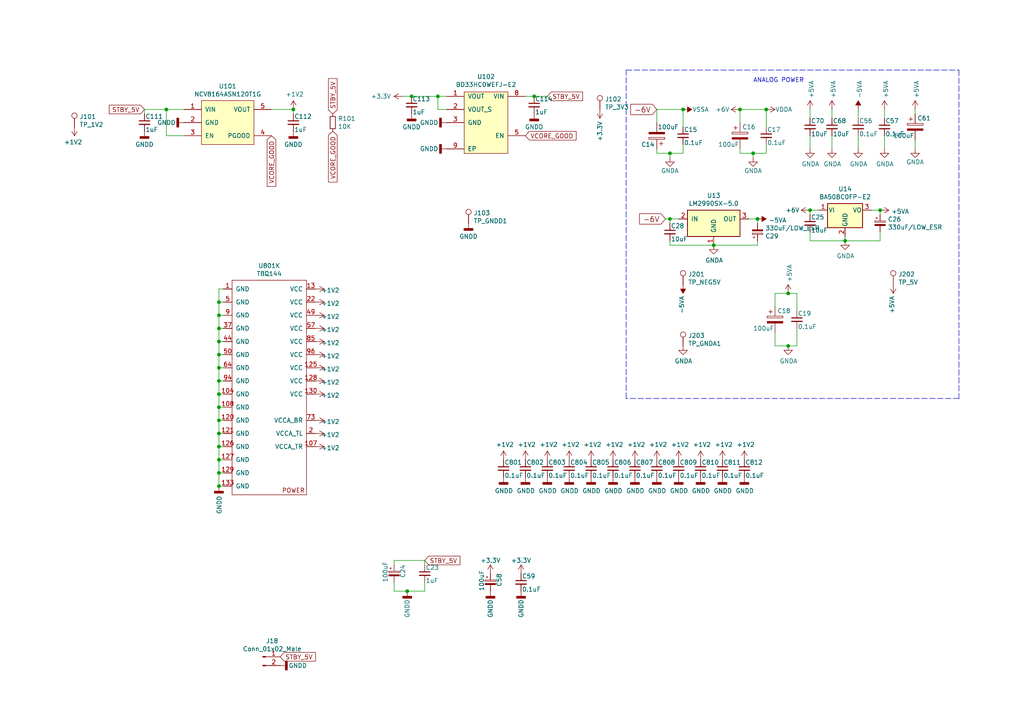
<source format=kicad_sch>
(kicad_sch (version 20211123) (generator eeschema)
  (paper "A4")
  (title_block (title "BKM-68X Alternative") (rev "F") (company "L33T TEK") (comment 1 "Martin Hejnfelt") (comment 2 "martin@hejnfelt.com") (comment 3 "www.immerhax.com"))
  (junction (at 63.5 121.92))
  (junction (at 218.44 44.45))
  (junction (at 63.5 102.87))
  (junction (at 207.01 71.12))
  (junction (at 119.38 27.94))
  (junction (at 194.31 44.45))
  (junction (at 214.63 31.75))
  (junction (at 63.5 140.97))
  (junction (at 228.6 100.33))
  (junction (at 63.5 91.44))
  (junction (at 63.5 129.54))
  (junction (at 63.5 106.68))
  (junction (at 198.12 31.75))
  (junction (at 228.6 85.09))
  (junction (at 194.31 63.5))
  (junction (at 63.5 99.06))
  (junction (at 63.5 137.16))
  (junction (at 85.09 31.75))
  (junction (at 48.26 31.75))
  (junction (at 63.5 114.3))
  (junction (at 63.5 110.49))
  (junction (at 219.71 63.5))
  (junction (at 63.5 133.35))
  (junction (at 234.95 60.96))
  (junction (at 154.94 27.94))
  (junction (at 63.5 118.11))
  (junction (at 63.5 87.63))
  (junction (at 245.11 69.85))
  (junction (at 222.25 31.75))
  (junction (at 255.27 60.96))
  (junction (at 63.5 125.73))
  (junction (at 118.11 171.45))
  (junction (at 63.5 95.25))
  (junction (at 127 27.94))
  (wire (pts (xy 64.77 95.25) (xy 63.5 95.25)))
  (wire (pts (xy 241.3 39.37) (xy 241.3 43.18)))
  (wire (pts (xy 119.38 27.94) (xy 127 27.94)))
  (wire (pts (xy 224.79 100.33) (xy 228.6 100.33)))
  (wire (pts (xy 190.5 31.75) (xy 198.12 31.75)))
  (wire (pts (xy 48.26 39.37) (xy 48.26 31.75)))
  (polyline (pts (xy 278.13 20.32) (xy 278.13 115.57)))
  (polyline (pts (xy 181.61 20.32) (xy 278.13 20.32)))
  (wire (pts (xy 63.5 129.54) (xy 63.5 133.35)))
  (wire (pts (xy 255.27 69.85) (xy 255.27 67.31)))
  (wire (pts (xy 63.5 121.92) (xy 63.5 125.73)))
  (wire (pts (xy 63.5 110.49) (xy 63.5 114.3)))
  (wire (pts (xy 218.44 44.45) (xy 222.25 44.45)))
  (wire (pts (xy 193.04 63.5) (xy 194.31 63.5)))
  (wire (pts (xy 114.3 162.56) (xy 123.19 162.56)))
  (wire (pts (xy 64.77 110.49) (xy 63.5 110.49)))
  (wire (pts (xy 265.43 31.75) (xy 265.43 33.02)))
  (wire (pts (xy 234.95 60.96) (xy 237.49 60.96)))
  (wire (pts (xy 222.25 31.75) (xy 222.25 36.83)))
  (wire (pts (xy 194.31 44.45) (xy 198.12 44.45)))
  (wire (pts (xy 63.5 87.63) (xy 63.5 91.44)))
  (wire (pts (xy 63.5 99.06) (xy 63.5 102.87)))
  (wire (pts (xy 64.77 118.11) (xy 63.5 118.11)))
  (wire (pts (xy 64.77 114.3) (xy 63.5 114.3)))
  (wire (pts (xy 64.77 99.06) (xy 63.5 99.06)))
  (wire (pts (xy 63.5 106.68) (xy 63.5 110.49)))
  (wire (pts (xy 217.17 63.5) (xy 219.71 63.5)))
  (wire (pts (xy 265.43 40.64) (xy 265.43 43.18)))
  (wire (pts (xy 85.09 31.75) (xy 85.09 33.02)))
  (wire (pts (xy 116.84 27.94) (xy 119.38 27.94)))
  (wire (pts (xy 198.12 31.75) (xy 198.12 36.83)))
  (wire (pts (xy 64.77 129.54) (xy 63.5 129.54)))
  (wire (pts (xy 214.63 31.75) (xy 222.25 31.75)))
  (wire (pts (xy 222.25 44.45) (xy 222.25 41.91)))
  (wire (pts (xy 224.79 85.09) (xy 224.79 88.9)))
  (wire (pts (xy 219.71 63.5) (xy 219.71 64.77)))
  (wire (pts (xy 152.4 27.94) (xy 154.94 27.94)))
  (wire (pts (xy 63.5 118.11) (xy 63.5 121.92)))
  (wire (pts (xy 63.5 140.97) (xy 64.77 140.97)))
  (wire (pts (xy 129.54 31.75) (xy 127 31.75)))
  (wire (pts (xy 158.75 27.94) (xy 154.94 27.94)))
  (wire (pts (xy 190.5 44.45) (xy 194.31 44.45)))
  (wire (pts (xy 64.77 133.35) (xy 63.5 133.35)))
  (wire (pts (xy 63.5 125.73) (xy 63.5 129.54)))
  (wire (pts (xy 123.19 162.56) (xy 123.19 163.83)))
  (wire (pts (xy 41.91 31.75) (xy 48.26 31.75)))
  (wire (pts (xy 231.14 85.09) (xy 231.14 90.17)))
  (wire (pts (xy 114.3 168.91) (xy 114.3 171.45)))
  (wire (pts (xy 256.54 39.37) (xy 256.54 43.18)))
  (polyline (pts (xy 181.61 115.57) (xy 181.61 20.32)))
  (wire (pts (xy 64.77 87.63) (xy 63.5 87.63)))
  (wire (pts (xy 63.5 102.87) (xy 63.5 106.68)))
  (wire (pts (xy 198.12 44.45) (xy 198.12 41.91)))
  (wire (pts (xy 194.31 71.12) (xy 207.01 71.12)))
  (wire (pts (xy 48.26 31.75) (xy 53.34 31.75)))
  (wire (pts (xy 63.5 91.44) (xy 63.5 95.25)))
  (wire (pts (xy 64.77 102.87) (xy 63.5 102.87)))
  (wire (pts (xy 41.91 33.02) (xy 41.91 31.75)))
  (wire (pts (xy 214.63 43.18) (xy 214.63 44.45)))
  (wire (pts (xy 64.77 83.82) (xy 63.5 83.82)))
  (wire (pts (xy 64.77 125.73) (xy 63.5 125.73)))
  (wire (pts (xy 234.95 39.37) (xy 234.95 43.18)))
  (wire (pts (xy 194.31 44.45) (xy 194.31 45.72)))
  (wire (pts (xy 228.6 100.33) (xy 231.14 100.33)))
  (wire (pts (xy 63.5 83.82) (xy 63.5 87.63)))
  (wire (pts (xy 63.5 137.16) (xy 63.5 140.97)))
  (wire (pts (xy 118.11 171.45) (xy 123.19 171.45)))
  (wire (pts (xy 63.5 95.25) (xy 63.5 99.06)))
  (wire (pts (xy 214.63 44.45) (xy 218.44 44.45)))
  (wire (pts (xy 194.31 63.5) (xy 196.85 63.5)))
  (wire (pts (xy 245.11 69.85) (xy 255.27 69.85)))
  (wire (pts (xy 63.5 133.35) (xy 63.5 137.16)))
  (wire (pts (xy 234.95 69.85) (xy 245.11 69.85)))
  (wire (pts (xy 190.5 43.18) (xy 190.5 44.45)))
  (wire (pts (xy 234.95 67.31) (xy 234.95 69.85)))
  (wire (pts (xy 64.77 106.68) (xy 63.5 106.68)))
  (wire (pts (xy 245.11 69.85) (xy 245.11 68.58)))
  (polyline (pts (xy 278.13 115.57) (xy 181.61 115.57)))
  (wire (pts (xy 63.5 114.3) (xy 63.5 118.11)))
  (wire (pts (xy 127 27.94) (xy 129.54 27.94)))
  (wire (pts (xy 123.19 171.45) (xy 123.19 168.91)))
  (wire (pts (xy 53.34 39.37) (xy 48.26 39.37)))
  (wire (pts (xy 64.77 91.44) (xy 63.5 91.44)))
  (wire (pts (xy 256.54 31.75) (xy 256.54 34.29)))
  (wire (pts (xy 248.92 39.37) (xy 248.92 43.18)))
  (wire (pts (xy 234.95 62.23) (xy 234.95 60.96)))
  (wire (pts (xy 241.3 31.75) (xy 241.3 34.29)))
  (wire (pts (xy 64.77 137.16) (xy 63.5 137.16)))
  (wire (pts (xy 252.73 60.96) (xy 255.27 60.96)))
  (wire (pts (xy 228.6 85.09) (xy 231.14 85.09)))
  (wire (pts (xy 207.01 71.12) (xy 219.71 71.12)))
  (wire (pts (xy 214.63 31.75) (xy 214.63 35.56)))
  (wire (pts (xy 190.5 31.75) (xy 190.5 35.56)))
  (wire (pts (xy 224.79 96.52) (xy 224.79 100.33)))
  (wire (pts (xy 114.3 171.45) (xy 118.11 171.45)))
  (wire (pts (xy 78.74 31.75) (xy 85.09 31.75)))
  (wire (pts (xy 228.6 85.09) (xy 224.79 85.09)))
  (wire (pts (xy 64.77 121.92) (xy 63.5 121.92)))
  (wire (pts (xy 248.92 31.75) (xy 248.92 34.29)))
  (wire (pts (xy 219.71 71.12) (xy 219.71 69.85)))
  (wire (pts (xy 194.31 69.85) (xy 194.31 71.12)))
  (wire (pts (xy 127 31.75) (xy 127 27.94)))
  (wire (pts (xy 218.44 44.45) (xy 218.44 45.72)))
  (wire (pts (xy 234.95 31.75) (xy 234.95 34.29)))
  (wire (pts (xy 114.3 162.56) (xy 114.3 163.83)))
  (wire (pts (xy 231.14 100.33) (xy 231.14 95.25)))
  (wire (pts (xy 255.27 60.96) (xy 255.27 62.23)))
  (wire (pts (xy 194.31 64.77) (xy 194.31 63.5)))
  (text "ANALOG POWER" (at 218.44 24.13 0) (effects (font (size 1.27 1.27)) (justify left bottom)))
  (global_label "STBY_5V" (shape input) (at 81.28 190.5 0) (property "Intersheet References" "${INTERSHEET_REFS}" (effects hide)))
  (global_label "VCORE_GOOD" (shape input) (at 78.74 39.37 270) (property "Intersheet References" "${INTERSHEET_REFS}" (effects hide)))
  (global_label "VCORE_GOOD" (shape input) (at 96.52 38.1 270) (property "Intersheet References" "${INTERSHEET_REFS}" (effects hide)))
  (global_label "STBY_5V" (shape input) (at 123.19 162.56 0) (property "Intersheet References" "${INTERSHEET_REFS}" (effects hide)))
  (global_label "STBY_5V" (shape input) (at 41.91 31.75 180) (property "Intersheet References" "${INTERSHEET_REFS}" (effects hide)))
  (global_label "VCORE_GOOD" (shape input) (at 152.4 39.37 0) (property "Intersheet References" "${INTERSHEET_REFS}" (effects hide)))
  (global_label "STBY_5V" (shape input) (at 96.52 33.02 90) (property "Intersheet References" "${INTERSHEET_REFS}" (effects hide)))
  (global_label "STBY_5V" (shape input) (at 158.75 27.94 0) (property "Intersheet References" "${INTERSHEET_REFS}" (effects hide)))
  (global_label "-6V" (shape input) (at 193.04 63.5 180) (effects (font (size 1.524 1.524))) (property "Intersheet References" "${INTERSHEET_REFS}" (effects hide)))
  (global_label "-6V" (shape input) (at 190.5 31.75 180) (effects (font (size 1.524 1.524))) (property "Intersheet References" "${INTERSHEET_REFS}" (effects hide)))
  (symbol (lib_id "bkm-68x-simple-rescue:CP") (at 190.5 39.37 180) (unit 1)
    (property "Reference" "C14" (at 189.865 41.91 0) (effects (justify left)))
    (property "Value" "100uF" (at 196.85 36.83 0) (effects (justify left)))
    (property "Footprint" "Capacitor_SMD:CP_Elec_6.3x5.3" (effects hide))
    (property "JLC" "SMD,6.3x5.5mm" (effects hide))
    (property "LCSC" "C111600" (effects hide))
  )
  (symbol (lib_id "bkm-68x-simple-rescue:C_Small") (at 198.12 39.37 0) (unit 1)
    (property "Reference" "C15" (at 198.374 37.592 0) (effects (justify left)))
    (property "Value" "0.1uF" (at 198.374 41.402 0) (effects (justify left)))
    (property "Footprint" "Capacitor_SMD:C_0805_2012Metric_Pad1.18x1.45mm_HandSolder" (effects hide))
    (property "JLC" "0805" (effects hide))
    (property "LCSC" "C77082" (effects hide))
  )
  (symbol (lib_id "power:GNDA") (at 194.31 45.72 0) (unit 1)
    (property "Reference" "#PWR093" (effects hide))
    (property "Value" "GNDA" (at 194.31 49.53 0))
  )
  (symbol (lib_id "bkm-68x-simple-rescue:CP") (at 214.63 39.37 0) (unit 1)
    (property "Reference" "C16" (at 215.265 36.83 0) (effects (justify left)))
    (property "Value" "100uF" (at 208.28 41.91 0) (effects (justify left)))
    (property "Footprint" "Capacitor_SMD:CP_Elec_6.3x5.3" (effects hide))
    (property "JLC" "SMD,6.3x5.5mm" (effects hide))
    (property "LCSC" "C111600" (effects hide))
  )
  (symbol (lib_id "bkm-68x-simple-rescue:C_Small") (at 222.25 39.37 0) (unit 1)
    (property "Reference" "C17" (at 222.504 37.592 0) (effects (justify left)))
    (property "Value" "0.1uF" (at 222.504 41.402 0) (effects (justify left)))
    (property "Footprint" "Capacitor_SMD:C_0805_2012Metric_Pad1.18x1.45mm_HandSolder" (effects hide))
    (property "JLC" "0805" (effects hide))
    (property "LCSC" "C77082" (effects hide))
  )
  (symbol (lib_id "power:GNDA") (at 218.44 45.72 0) (unit 1)
    (property "Reference" "#PWR094" (effects hide))
    (property "Value" "GNDA" (at 218.44 49.53 0))
  )
  (symbol (lib_id "power:+6V") (at 214.63 31.75 90) (unit 1)
    (property "Reference" "#PWR095" (effects hide))
    (property "Value" "+6V" (at 209.55 31.75 90))
  )
  (symbol (lib_id "power:VSSA") (at 198.12 31.75 270) (unit 1)
    (property "Reference" "#PWR096" (effects hide))
    (property "Value" "VSSA" (at 203.2 31.75 90))
  )
  (symbol (lib_id "power:VDDA") (at 222.25 31.75 270) (unit 1)
    (property "Reference" "#PWR097" (effects hide))
    (property "Value" "VDDA" (at 227.33 31.75 90))
  )
  (symbol (lib_id "bkm-68x-simple-rescue:C_Small") (at 234.95 64.77 0) (unit 1)
    (property "Reference" "C25" (at 235.204 62.992 0) (effects (justify left)))
    (property "Value" "10uF" (at 235.204 66.802 0) (effects (justify left)))
    (property "Footprint" "Capacitor_SMD:C_0805_2012Metric_Pad1.18x1.45mm_HandSolder" (effects hide))
    (property "JLC" "0805" (effects hide))
    (property "LCSC" "C126586" (effects hide))
  )
  (symbol (lib_id "power:+5VA") (at 255.27 60.96 270) (unit 1)
    (property "Reference" "#PWR0102" (effects hide))
    (property "Value" "+5VA" (at 258.5212 61.341 90) (effects (justify left)))
  )
  (symbol (lib_id "power:GNDA") (at 245.11 69.85 0) (unit 1)
    (property "Reference" "#PWR0139" (effects hide))
    (property "Value" "GNDA" (at 245.237 74.2442 0))
  )
  (symbol (lib_id "power:+6V") (at 234.95 60.96 90) (unit 1)
    (property "Reference" "#PWR0140" (effects hide))
    (property "Value" "+6V" (at 229.87 60.96 90))
  )
  (symbol (lib_id "Regulator_Linear:SPX2920U-3.3_TO220") (at 245.11 60.96 0) (unit 1)
    (property "Reference" "U14" (at 245.11 54.8132 0))
    (property "Value" "BA50BC0FP-E2" (at 245.11 57.1246 0))
    (property "Footprint" "Package_TO_SOT_SMD:TO-252-3_TabPin2" (effects hide))
    (property "Datasheet" "http://www.zlgmcu.com/Sipex/LDO/PDF/spx2920.pdf" (effects hide))
    (property "JLC" "TO-252-3" (effects hide))
    (property "LCSC" "C2909275" (effects hide))
  )
  (symbol (lib_id "power:GNDD") (at 118.11 171.45 0) (unit 1)
    (property "Reference" "#PWR0103" (effects hide))
    (property "Value" "GNDD" (at 118.11 176.53 90))
  )
  (symbol (lib_id "Regulator_Linear:LM2990SX-5.0") (at 207.01 63.5 0) (unit 1)
    (property "Reference" "U13" (at 207.01 56.7182 0))
    (property "Value" "LM2990SX-5.0" (at 207.01 59.0296 0))
    (property "Footprint" "Package_TO_SOT_SMD:TO-263-3_TabPin2" (effects hide))
    (property "Datasheet" "http://www.ti.com/lit/ds/symlink/lm2990.pdf" (effects hide))
    (property "JLC" "TO-263-3" (effects hide))
    (property "LCSC" "C201697" (effects hide))
  )
  (symbol (lib_id "Device:C_Polarized_Small") (at 114.3 166.37 0) (unit 1)
    (property "Reference" "C24" (at 116.84 167.64 90) (effects (justify left)))
    (property "Value" "100uF" (at 111.76 168.91 90) (effects (justify left)))
    (property "Footprint" "Capacitor_SMD:CP_Elec_6.3x5.4" (effects hide))
    (property "JLC" "SMD,6.3x5.5mm" (effects hide))
    (property "LCSC" "C111600" (effects hide))
  )
  (symbol (lib_id "bkm-68x-simple-rescue:C_Small") (at 194.31 67.31 0) (unit 1)
    (property "Reference" "C28" (at 194.564 65.532 0) (effects (justify left)))
    (property "Value" "10uF" (at 194.564 69.342 0) (effects (justify left)))
    (property "Footprint" "Capacitor_SMD:C_0805_2012Metric_Pad1.18x1.45mm_HandSolder" (effects hide))
    (property "JLC" "0805" (effects hide))
    (property "LCSC" "C126586" (effects hide))
  )
  (symbol (lib_id "Device:C_Polarized_Small") (at 255.27 64.77 0) (unit 1)
    (property "Reference" "C26" (at 257.5052 63.6016 0) (effects (justify left)))
    (property "Value" "330uF/LOW_ESR" (at 257.5052 65.913 0) (effects (justify left)))
    (property "Footprint" "Capacitor_SMD:CP_Elec_6.3x7.7" (effects hide))
    (property "JLC" "SMD,6.3x5.4mm" (effects hide))
    (property "LCSC" "C413670" (effects hide))
  )
  (symbol (lib_id "bkm-68x-simple-rescue:C_Small") (at 123.19 166.37 0) (unit 1)
    (property "Reference" "C23" (at 123.444 164.592 0) (effects (justify left)))
    (property "Value" "1uF" (at 123.444 168.402 0) (effects (justify left)))
    (property "Footprint" "Capacitor_SMD:C_0805_2012Metric_Pad1.18x1.45mm_HandSolder" (effects hide))
    (property "JLC" "0805" (effects hide))
    (property "LCSC" "C28323" (effects hide))
  )
  (symbol (lib_id "Device:C_Polarized_Small") (at 219.71 67.31 0) (mirror x) (unit 1)
    (property "Reference" "C29" (at 221.9452 68.4784 0) (effects (justify left)))
    (property "Value" "330uF/LOW_ESR" (at 221.9452 66.167 0) (effects (justify left)))
    (property "Footprint" "Capacitor_SMD:CP_Elec_6.3x5.8" (effects hide))
    (property "JLC" "SMD,6.3x5.4mm" (effects hide))
    (property "LCSC" "C413670" (effects hide))
  )
  (symbol (lib_id "power:GNDA") (at 207.01 71.12 0) (unit 1)
    (property "Reference" "#PWR0134" (effects hide))
    (property "Value" "GNDA" (at 207.137 75.5142 0))
  )
  (symbol (lib_id "power:-5VA") (at 219.71 63.5 270) (unit 1)
    (property "Reference" "#PWR0141" (effects hide))
    (property "Value" "-5VA" (at 222.9612 63.881 90) (effects (justify left)))
  )
  (symbol (lib_id "bkm-68x-simple-rescue:C_Small") (at 146.05 135.89 0) (unit 1)
    (property "Reference" "C801" (at 146.304 134.112 0) (effects (justify left)))
    (property "Value" "0.1uF" (at 146.304 137.922 0) (effects (justify left)))
    (property "Footprint" "Capacitor_SMD:C_0603_1608Metric_Pad1.08x0.95mm_HandSolder" (effects hide))
    (property "JLC" "0603" (effects hide))
    (property "LCSC" "C85864" (effects hide))
  )
  (symbol (lib_id "bkm-68x-simple-rescue:C_Small") (at 152.4 135.89 0) (unit 1)
    (property "Reference" "C802" (at 152.654 134.112 0) (effects (justify left)))
    (property "Value" "0.1uF" (at 152.654 137.922 0) (effects (justify left)))
    (property "Footprint" "Capacitor_SMD:C_0603_1608Metric_Pad1.08x0.95mm_HandSolder" (effects hide))
    (property "JLC" "0603" (effects hide))
    (property "LCSC" "C85864" (effects hide))
  )
  (symbol (lib_id "bkm-68x-simple-rescue:C_Small") (at 158.75 135.89 0) (unit 1)
    (property "Reference" "C803" (at 159.004 134.112 0) (effects (justify left)))
    (property "Value" "0.1uF" (at 159.004 137.922 0) (effects (justify left)))
    (property "Footprint" "Capacitor_SMD:C_0603_1608Metric_Pad1.08x0.95mm_HandSolder" (effects hide))
    (property "JLC" "0603" (effects hide))
    (property "LCSC" "C85864" (effects hide))
  )
  (symbol (lib_id "bkm-68x-simple-rescue:C_Small") (at 165.1 135.89 0) (unit 1)
    (property "Reference" "C804" (at 165.354 134.112 0) (effects (justify left)))
    (property "Value" "0.1uF" (at 165.354 137.922 0) (effects (justify left)))
    (property "Footprint" "Capacitor_SMD:C_0603_1608Metric_Pad1.08x0.95mm_HandSolder" (effects hide))
    (property "JLC" "0603" (effects hide))
    (property "LCSC" "C85864" (effects hide))
  )
  (symbol (lib_id "bkm-68x-simple-rescue:C_Small") (at 171.45 135.89 0) (unit 1)
    (property "Reference" "C805" (at 171.704 134.112 0) (effects (justify left)))
    (property "Value" "0.1uF" (at 171.704 137.922 0) (effects (justify left)))
    (property "Footprint" "Capacitor_SMD:C_0603_1608Metric_Pad1.08x0.95mm_HandSolder" (effects hide))
    (property "JLC" "0603" (effects hide))
    (property "LCSC" "C85864" (effects hide))
  )
  (symbol (lib_id "bkm-68x-simple-rescue:C_Small") (at 177.8 135.89 0) (unit 1)
    (property "Reference" "C806" (at 178.054 134.112 0) (effects (justify left)))
    (property "Value" "0.1uF" (at 178.054 137.922 0) (effects (justify left)))
    (property "Footprint" "Capacitor_SMD:C_0603_1608Metric_Pad1.08x0.95mm_HandSolder" (effects hide))
    (property "JLC" "0603" (effects hide))
    (property "LCSC" "C85864" (effects hide))
  )
  (symbol (lib_id "bkm-68x-simple-rescue:C_Small") (at 184.15 135.89 0) (unit 1)
    (property "Reference" "C807" (at 184.404 134.112 0) (effects (justify left)))
    (property "Value" "0.1uF" (at 184.404 137.922 0) (effects (justify left)))
    (property "Footprint" "Capacitor_SMD:C_0603_1608Metric_Pad1.08x0.95mm_HandSolder" (effects hide))
    (property "JLC" "0603" (effects hide))
    (property "LCSC" "C85864" (effects hide))
  )
  (symbol (lib_id "bkm-68x-simple-rescue:C_Small") (at 190.5 135.89 0) (unit 1)
    (property "Reference" "C808" (at 190.754 134.112 0) (effects (justify left)))
    (property "Value" "0.1uF" (at 190.754 137.922 0) (effects (justify left)))
    (property "Footprint" "Capacitor_SMD:C_0603_1608Metric_Pad1.08x0.95mm_HandSolder" (effects hide))
    (property "JLC" "0603" (effects hide))
    (property "LCSC" "C85864" (effects hide))
  )
  (symbol (lib_id "bkm-68x-simple-rescue:C_Small") (at 196.85 135.89 0) (unit 1)
    (property "Reference" "C809" (at 197.104 134.112 0) (effects (justify left)))
    (property "Value" "0.1uF" (at 197.104 137.922 0) (effects (justify left)))
    (property "Footprint" "Capacitor_SMD:C_0603_1608Metric_Pad1.08x0.95mm_HandSolder" (effects hide))
    (property "JLC" "0603" (effects hide))
    (property "LCSC" "C85864" (effects hide))
  )
  (symbol (lib_id "bkm-68x-simple-rescue:C_Small") (at 203.2 135.89 0) (unit 1)
    (property "Reference" "C810" (at 203.454 134.112 0) (effects (justify left)))
    (property "Value" "0.1uF" (at 203.454 137.922 0) (effects (justify left)))
    (property "Footprint" "Capacitor_SMD:C_0603_1608Metric_Pad1.08x0.95mm_HandSolder" (effects hide))
    (property "JLC" "0603" (effects hide))
    (property "LCSC" "C85864" (effects hide))
  )
  (symbol (lib_id "power:GNDD") (at 146.05 138.43 0) (unit 1)
    (property "Reference" "#PWR0167" (effects hide))
    (property "Value" "GNDD" (at 146.1516 142.367 0))
  )
  (symbol (lib_id "power:GNDD") (at 152.4 138.43 0) (unit 1)
    (property "Reference" "#PWR0168" (effects hide))
    (property "Value" "GNDD" (at 152.5016 142.367 0))
  )
  (symbol (lib_id "power:GNDD") (at 158.75 138.43 0) (unit 1)
    (property "Reference" "#PWR0169" (effects hide))
    (property "Value" "GNDD" (at 158.8516 142.367 0))
  )
  (symbol (lib_id "power:GNDD") (at 165.1 138.43 0) (unit 1)
    (property "Reference" "#PWR0170" (effects hide))
    (property "Value" "GNDD" (at 165.2016 142.367 0))
  )
  (symbol (lib_id "power:GNDD") (at 171.45 138.43 0) (unit 1)
    (property "Reference" "#PWR0171" (effects hide))
    (property "Value" "GNDD" (at 171.5516 142.367 0))
  )
  (symbol (lib_id "power:GNDD") (at 177.8 138.43 0) (unit 1)
    (property "Reference" "#PWR0172" (effects hide))
    (property "Value" "GNDD" (at 177.9016 142.367 0))
  )
  (symbol (lib_id "power:GNDD") (at 184.15 138.43 0) (unit 1)
    (property "Reference" "#PWR0173" (effects hide))
    (property "Value" "GNDD" (at 184.2516 142.367 0))
  )
  (symbol (lib_id "power:GNDD") (at 190.5 138.43 0) (unit 1)
    (property "Reference" "#PWR0174" (effects hide))
    (property "Value" "GNDD" (at 190.6016 142.367 0))
  )
  (symbol (lib_id "power:GNDD") (at 196.85 138.43 0) (unit 1)
    (property "Reference" "#PWR0175" (effects hide))
    (property "Value" "GNDD" (at 196.9516 142.367 0))
  )
  (symbol (lib_id "power:GNDD") (at 203.2 138.43 0) (unit 1)
    (property "Reference" "#PWR0176" (effects hide))
    (property "Value" "GNDD" (at 203.3016 142.367 0))
  )
  (symbol (lib_id "bkm-68x-simple-rescue:CP") (at 265.43 36.83 0) (unit 1)
    (property "Reference" "C61" (at 266.065 34.29 0) (effects (justify left)))
    (property "Value" "100uF" (at 259.08 39.37 0) (effects (justify left)))
    (property "Footprint" "Capacitor_SMD:CP_Elec_6.3x5.3" (effects hide))
    (property "JLC" "SMD,6.3x5.5mm" (effects hide))
    (property "LCSC" "C111600" (effects hide))
  )
  (symbol (lib_id "power:GNDA") (at 265.43 43.18 0) (unit 1)
    (property "Reference" "#PWR0269" (effects hide))
    (property "Value" "GNDA" (at 265.43 46.99 0))
  )
  (symbol (lib_id "power:+5VA") (at 265.43 31.75 0) (unit 1)
    (property "Reference" "#PWR0270" (effects hide))
    (property "Value" "+5VA" (at 265.811 28.4988 90) (effects (justify left)))
  )
  (symbol (lib_id "power:-5VA") (at 248.92 31.75 0) (unit 1)
    (property "Reference" "#PWR0257" (effects hide))
    (property "Value" "-5VA" (at 249.301 28.4988 90) (effects (justify left)))
  )
  (symbol (lib_id "bkm-68x-simple-rescue:C_Small") (at 248.92 36.83 0) (unit 1)
    (property "Reference" "C56" (at 249.174 35.052 0) (effects (justify left)))
    (property "Value" "0.1uF" (at 249.174 38.862 0) (effects (justify left)))
    (property "Footprint" "Capacitor_SMD:C_0805_2012Metric_Pad1.18x1.45mm_HandSolder" (effects hide))
    (property "JLC" "0805" (effects hide))
    (property "LCSC" "C77082" (effects hide))
  )
  (symbol (lib_id "power:GNDA") (at 248.92 43.18 0) (unit 1)
    (property "Reference" "#PWR0258" (effects hide))
    (property "Value" "GNDA" (at 249.047 47.5742 0))
  )
  (symbol (lib_id "bkm-68x-simple-rescue:C_Small") (at 256.54 36.83 0) (unit 1)
    (property "Reference" "C57" (at 256.794 35.052 0) (effects (justify left)))
    (property "Value" "0.1uF" (at 256.794 38.862 0) (effects (justify left)))
    (property "Footprint" "Capacitor_SMD:C_0805_2012Metric_Pad1.18x1.45mm_HandSolder" (effects hide))
    (property "JLC" "0805" (effects hide))
    (property "LCSC" "C77082" (effects hide))
  )
  (symbol (lib_id "power:GNDA") (at 256.54 43.18 0) (unit 1)
    (property "Reference" "#PWR0259" (effects hide))
    (property "Value" "GNDA" (at 256.667 47.5742 0))
  )
  (symbol (lib_id "power:+5VA") (at 256.54 31.75 0) (unit 1)
    (property "Reference" "#PWR0260" (effects hide))
    (property "Value" "+5VA" (at 256.921 28.4988 90) (effects (justify left)))
  )
  (symbol (lib_id "Device:C_Polarized_Small") (at 142.24 168.91 0) (unit 1)
    (property "Reference" "C58" (at 144.78 170.18 90) (effects (justify left)))
    (property "Value" "100uF" (at 139.7 171.45 90) (effects (justify left)))
    (property "Footprint" "Capacitor_SMD:CP_Elec_6.3x5.4" (effects hide))
    (property "JLC" "SMD,6.3x5.5mm" (effects hide))
    (property "LCSC" "C111600" (effects hide))
  )
  (symbol (lib_id "power:+3.3V") (at 142.24 166.37 0) (unit 1)
    (property "Reference" "#PWR0261" (effects hide))
    (property "Value" "+3.3V" (at 142.24 162.56 0))
  )
  (symbol (lib_id "power:GNDD") (at 142.24 171.45 0) (unit 1)
    (property "Reference" "#PWR0262" (effects hide))
    (property "Value" "GNDD" (at 142.24 176.53 90))
  )
  (symbol (lib_id "bkm-68x-simple-rescue:C_Small") (at 151.13 168.91 0) (unit 1)
    (property "Reference" "C59" (at 151.384 167.132 0) (effects (justify left)))
    (property "Value" "0.1uF" (at 151.384 170.942 0) (effects (justify left)))
    (property "Footprint" "Capacitor_SMD:C_0805_2012Metric_Pad1.18x1.45mm_HandSolder" (effects hide))
    (property "JLC" "0805" (effects hide))
    (property "LCSC" "C77082" (effects hide))
  )
  (symbol (lib_id "power:GNDD") (at 151.13 171.45 0) (unit 1)
    (property "Reference" "#PWR0263" (effects hide))
    (property "Value" "GNDD" (at 151.13 176.53 90))
  )
  (symbol (lib_id "power:+3.3V") (at 151.13 166.37 0) (unit 1)
    (property "Reference" "#PWR0264" (effects hide))
    (property "Value" "+3.3V" (at 151.13 162.56 0))
  )
  (symbol (lib_id "Connector:Conn_01x02_Male") (at 76.2 190.5 0) (unit 1)
    (property "Reference" "J18" (at 78.9432 185.9026 0))
    (property "Value" "Conn_01x02_Male" (at 78.9432 188.214 0))
    (property "Footprint" "Connector_PinHeader_2.54mm:PinHeader_1x02_P2.54mm_Vertical" (effects hide))
  )
  (symbol (lib_id "power:GNDD") (at 81.28 193.04 90) (unit 1)
    (property "Reference" "#PWR0279" (effects hide))
    (property "Value" "GNDD" (at 86.36 193.04 90))
  )
  (symbol (lib_id "bkm-68x-simple-rescue:C_Small") (at 241.3 36.83 0) (unit 1)
    (property "Reference" "C68" (at 241.554 35.052 0) (effects (justify left)))
    (property "Value" "10uF" (at 241.554 38.862 0) (effects (justify left)))
    (property "Footprint" "Capacitor_SMD:C_0805_2012Metric_Pad1.18x1.45mm_HandSolder" (effects hide))
    (property "JLC" "0805" (effects hide))
    (property "LCSC" "C126586" (effects hide))
  )
  (symbol (lib_id "power:GNDA") (at 241.3 43.18 0) (unit 1)
    (property "Reference" "#PWR0230" (effects hide))
    (property "Value" "GNDA" (at 241.427 47.5742 0))
  )
  (symbol (lib_id "power:+5VA") (at 241.3 31.75 0) (unit 1)
    (property "Reference" "#PWR0165" (effects hide))
    (property "Value" "+5VA" (at 241.681 28.4988 90) (effects (justify left)))
  )
  (symbol (lib_id "bkm-68x-simple-rescue:C_Small") (at 234.95 36.83 0) (unit 1)
    (property "Reference" "C70" (at 235.204 35.052 0) (effects (justify left)))
    (property "Value" "10uF" (at 235.204 38.862 0) (effects (justify left)))
    (property "Footprint" "Capacitor_SMD:C_0805_2012Metric_Pad1.18x1.45mm_HandSolder" (effects hide))
    (property "JLC" "0805" (effects hide))
    (property "LCSC" "C126586" (effects hide))
  )
  (symbol (lib_id "power:GNDA") (at 234.95 43.18 0) (unit 1)
    (property "Reference" "#PWR0236" (effects hide))
    (property "Value" "GNDA" (at 235.077 47.5742 0))
  )
  (symbol (lib_id "power:+5VA") (at 234.95 31.75 0) (unit 1)
    (property "Reference" "#PWR0253" (effects hide))
    (property "Value" "+5VA" (at 235.331 28.4988 90) (effects (justify left)))
  )
  (symbol (lib_id "ldo-en-pg:NCV8164") (at 66.04 33.02 0) (unit 1)
    (property "Reference" "U101" (at 66.04 25.019 0))
    (property "Value" "NCV8164ASN120T1G" (at 66.04 27.3304 0))
    (property "Footprint" "Package_SO:TSOP-5_1.65x3.05mm_P0.95mm" (effects hide))
    (property "JLC" "TSOP-5" (effects hide))
    (property "LCSC" "C2902277" (effects hide))
  )
  (symbol (lib_id "bkm-68x-simple-rescue:C_Small") (at 41.91 35.56 0) (unit 1)
    (property "Reference" "C111" (at 42.164 33.782 0) (effects (justify left)))
    (property "Value" "1uF" (at 42.164 37.592 0) (effects (justify left)))
    (property "Footprint" "Capacitor_SMD:C_0805_2012Metric_Pad1.18x1.45mm_HandSolder" (effects hide))
    (property "JLC" "0805" (effects hide))
    (property "LCSC" "C28323" (effects hide))
  )
  (symbol (lib_id "bkm-68x-simple-rescue:C_Small") (at 85.09 35.56 0) (unit 1)
    (property "Reference" "C112" (at 85.344 33.782 0) (effects (justify left)))
    (property "Value" "1uF" (at 85.344 37.592 0) (effects (justify left)))
    (property "Footprint" "Capacitor_SMD:C_0805_2012Metric_Pad1.18x1.45mm_HandSolder" (effects hide))
    (property "JLC" "0805" (effects hide))
    (property "LCSC" "C28323" (effects hide))
  )
  (symbol (lib_id "power:GNDD") (at 53.34 35.56 270) (unit 1)
    (property "Reference" "#PWR0101" (effects hide))
    (property "Value" "GNDD" (at 48.26 35.56 90))
  )
  (symbol (lib_id "power:GNDD") (at 41.91 38.1 0) (unit 1)
    (property "Reference" "#PWR0126" (effects hide))
    (property "Value" "GNDD" (at 41.91 41.91 0))
  )
  (symbol (lib_id "power:GNDD") (at 85.09 38.1 0) (unit 1)
    (property "Reference" "#PWR0127" (effects hide))
    (property "Value" "GNDD" (at 85.09 41.91 0))
  )
  (symbol (lib_id "power:+1V2") (at 85.09 31.75 0) (unit 1)
    (property "Reference" "#PWR0132" (effects hide))
    (property "Value" "+1V2" (at 85.471 27.3558 0))
  )
  (symbol (lib_id "ldo-en-pg:BDxxHC0WEFJ") (at 140.97 31.75 0) (unit 1)
    (property "Reference" "U102" (at 140.97 22.225 0))
    (property "Value" "BD33HC0WEFJ-E2" (at 140.97 24.5364 0))
    (property "Footprint" "Package_SO:HTSOP-8-1EP_3.9x4.9mm_P1.27mm_EP2.4x3.2mm_ThermalVias" (effects hide))
  )
  (symbol (lib_id "bkm-68x-simple-rescue:C_Small") (at 154.94 30.48 0) (unit 1)
    (property "Reference" "C114" (at 155.194 28.702 0) (effects (justify left)))
    (property "Value" "1uF" (at 155.194 32.512 0) (effects (justify left)))
    (property "Footprint" "Capacitor_SMD:C_0805_2012Metric_Pad1.18x1.45mm_HandSolder" (effects hide))
    (property "JLC" "0805" (effects hide))
    (property "LCSC" "C28323" (effects hide))
  )
  (symbol (lib_id "power:GNDD") (at 154.94 33.02 0) (unit 1)
    (property "Reference" "#PWR0133" (effects hide))
    (property "Value" "GNDD" (at 154.94 36.83 0))
  )
  (symbol (lib_id "power:GNDD") (at 129.54 43.18 270) (unit 1)
    (property "Reference" "#PWR0144" (effects hide))
    (property "Value" "GNDD" (at 124.46 43.18 90))
  )
  (symbol (lib_id "power:GNDD") (at 129.54 35.56 270) (unit 1)
    (property "Reference" "#PWR0145" (effects hide))
    (property "Value" "GNDD" (at 124.46 35.56 90))
  )
  (symbol (lib_id "power:+3.3V") (at 116.84 27.94 90) (unit 1)
    (property "Reference" "#PWR0146" (effects hide))
    (property "Value" "+3.3V" (at 110.49 27.94 90))
  )
  (symbol (lib_id "bkm-68x-simple-rescue:C_Small") (at 119.38 30.48 0) (unit 1)
    (property "Reference" "C113" (at 119.634 28.702 0) (effects (justify left)))
    (property "Value" "1uF" (at 119.634 32.512 0) (effects (justify left)))
    (property "Footprint" "Capacitor_SMD:C_0805_2012Metric_Pad1.18x1.45mm_HandSolder" (effects hide))
    (property "JLC" "0805" (effects hide))
    (property "LCSC" "C28323" (effects hide))
  )
  (symbol (lib_id "power:GNDD") (at 119.38 33.02 0) (unit 1)
    (property "Reference" "#PWR0156" (effects hide))
    (property "Value" "GNDD" (at 119.38 36.83 0))
  )
  (symbol (lib_id "bkm-68x-simple-rescue:T8Q144-Efinix_FPGA") (at 77.47 106.68 0) (unit 11)
    (property "Reference" "U801" (at 78.105 77.089 0))
    (property "Value" "T8Q144" (at 78.105 79.4004 0))
    (property "Footprint" "Package_QFP:TQFP-144_20x20mm_P0.5mm" (effects hide))
  )
  (symbol (lib_id "power:GNDD") (at 63.5 140.97 0) (unit 1)
    (property "Reference" "#PWR0177" (effects hide))
    (property "Value" "GNDD" (at 63.6016 143.764 90) (effects (justify right)))
  )
  (symbol (lib_id "power:+1V2") (at 91.44 83.82 270) (unit 1)
    (property "Reference" "#PWR0178" (effects hide))
    (property "Value" "+1V2" (at 95.8342 84.201 90))
  )
  (symbol (lib_id "power:+1V2") (at 91.44 87.63 270) (unit 1)
    (property "Reference" "#PWR0179" (effects hide))
    (property "Value" "+1V2" (at 95.8342 88.011 90))
  )
  (symbol (lib_id "power:+1V2") (at 91.44 91.44 270) (unit 1)
    (property "Reference" "#PWR0180" (effects hide))
    (property "Value" "+1V2" (at 95.8342 91.821 90))
  )
  (symbol (lib_id "power:+1V2") (at 91.44 95.25 270) (unit 1)
    (property "Reference" "#PWR0181" (effects hide))
    (property "Value" "+1V2" (at 95.8342 95.631 90))
  )
  (symbol (lib_id "power:+1V2") (at 91.44 99.06 270) (unit 1)
    (property "Reference" "#PWR0182" (effects hide))
    (property "Value" "+1V2" (at 95.8342 99.441 90))
  )
  (symbol (lib_id "power:+1V2") (at 91.44 102.87 270) (unit 1)
    (property "Reference" "#PWR0183" (effects hide))
    (property "Value" "+1V2" (at 95.8342 103.251 90))
  )
  (symbol (lib_id "power:+1V2") (at 91.44 106.68 270) (unit 1)
    (property "Reference" "#PWR0184" (effects hide))
    (property "Value" "+1V2" (at 95.8342 107.061 90))
  )
  (symbol (lib_id "power:+1V2") (at 91.44 110.49 270) (unit 1)
    (property "Reference" "#PWR0185" (effects hide))
    (property "Value" "+1V2" (at 95.8342 110.871 90))
  )
  (symbol (lib_id "power:+1V2") (at 91.44 114.3 270) (unit 1)
    (property "Reference" "#PWR0186" (effects hide))
    (property "Value" "+1V2" (at 95.8342 114.681 90))
  )
  (symbol (lib_id "power:+1V2") (at 91.44 121.92 270) (unit 1)
    (property "Reference" "#PWR0197" (effects hide))
    (property "Value" "+1V2" (at 95.8342 122.301 90))
  )
  (symbol (lib_id "power:+1V2") (at 91.44 125.73 270) (unit 1)
    (property "Reference" "#PWR0198" (effects hide))
    (property "Value" "+1V2" (at 95.8342 126.111 90))
  )
  (symbol (lib_id "power:+1V2") (at 91.44 129.54 270) (unit 1)
    (property "Reference" "#PWR0199" (effects hide))
    (property "Value" "+1V2" (at 95.8342 129.921 90))
  )
  (symbol (lib_id "Device:R_Small") (at 96.52 35.56 0) (unit 1)
    (property "Reference" "R101" (at 98.0186 34.3916 0) (effects (justify left)))
    (property "Value" "10K" (at 98.0186 36.703 0) (effects (justify left)))
    (property "Footprint" "Resistor_SMD:R_0805_2012Metric_Pad1.20x1.40mm_HandSolder" (effects hide))
    (property "JLC" "0805" (effects hide))
    (property "LCSC" "C84376" (effects hide))
  )
  (symbol (lib_id "bkm-68x-simple-rescue:C_Small") (at 209.55 135.89 0) (unit 1)
    (property "Reference" "C811" (at 209.804 134.112 0) (effects (justify left)))
    (property "Value" "0.1uF" (at 209.804 137.922 0) (effects (justify left)))
    (property "Footprint" "Capacitor_SMD:C_0603_1608Metric_Pad1.08x0.95mm_HandSolder" (effects hide))
    (property "JLC" "0603" (effects hide))
    (property "LCSC" "C85864" (effects hide))
  )
  (symbol (lib_id "bkm-68x-simple-rescue:C_Small") (at 215.9 135.89 0) (unit 1)
    (property "Reference" "C812" (at 216.154 134.112 0) (effects (justify left)))
    (property "Value" "0.1uF" (at 216.154 137.922 0) (effects (justify left)))
    (property "Footprint" "Capacitor_SMD:C_0603_1608Metric_Pad1.08x0.95mm_HandSolder" (effects hide))
    (property "JLC" "0603" (effects hide))
    (property "LCSC" "C85864" (effects hide))
  )
  (symbol (lib_id "power:GNDD") (at 209.55 138.43 0) (unit 1)
    (property "Reference" "#PWR0200" (effects hide))
    (property "Value" "GNDD" (at 209.6516 142.367 0))
  )
  (symbol (lib_id "power:GNDD") (at 215.9 138.43 0) (unit 1)
    (property "Reference" "#PWR0202" (effects hide))
    (property "Value" "GNDD" (at 216.0016 142.367 0))
  )
  (symbol (lib_id "bkm-68x-simple-rescue:CP") (at 224.79 92.71 0) (unit 1)
    (property "Reference" "C18" (at 225.425 90.17 0) (effects (justify left)))
    (property "Value" "100uF" (at 218.44 95.25 0) (effects (justify left)))
    (property "Footprint" "Capacitor_SMD:CP_Elec_6.3x5.3" (effects hide))
    (property "JLC" "SMD,6.3x5.5mm" (effects hide))
    (property "LCSC" "C111600" (effects hide))
  )
  (symbol (lib_id "bkm-68x-simple-rescue:C_Small") (at 231.14 92.71 0) (unit 1)
    (property "Reference" "C19" (at 231.394 90.932 0) (effects (justify left)))
    (property "Value" "0.1uF" (at 231.394 94.742 0) (effects (justify left)))
    (property "Footprint" "Capacitor_SMD:C_0805_2012Metric_Pad1.18x1.45mm_HandSolder" (effects hide))
    (property "JLC" "0805" (effects hide))
    (property "LCSC" "C77082" (effects hide))
  )
  (symbol (lib_id "power:+5VA") (at 228.6 85.09 0) (unit 1)
    (property "Reference" "#PWR0310" (effects hide))
    (property "Value" "+5VA" (at 228.981 81.8388 90) (effects (justify left)))
  )
  (symbol (lib_id "power:GNDA") (at 228.6 100.33 0) (unit 1)
    (property "Reference" "#PWR0311" (effects hide))
    (property "Value" "GNDA" (at 228.727 104.7242 0))
  )
  (symbol (lib_id "power:+1V2") (at 146.05 133.35 0) (unit 1)
    (property "Reference" "#PWR0187" (effects hide))
    (property "Value" "+1V2" (at 146.431 128.9558 0))
  )
  (symbol (lib_id "power:+1V2") (at 152.4 133.35 0) (unit 1)
    (property "Reference" "#PWR0188" (effects hide))
    (property "Value" "+1V2" (at 152.781 128.9558 0))
  )
  (symbol (lib_id "power:+1V2") (at 158.75 133.35 0) (unit 1)
    (property "Reference" "#PWR0189" (effects hide))
    (property "Value" "+1V2" (at 159.131 128.9558 0))
  )
  (symbol (lib_id "power:+1V2") (at 165.1 133.35 0) (unit 1)
    (property "Reference" "#PWR0190" (effects hide))
    (property "Value" "+1V2" (at 165.481 128.9558 0))
  )
  (symbol (lib_id "power:+1V2") (at 171.45 133.35 0) (unit 1)
    (property "Reference" "#PWR0191" (effects hide))
    (property "Value" "+1V2" (at 171.831 128.9558 0))
  )
  (symbol (lib_id "power:+1V2") (at 177.8 133.35 0) (unit 1)
    (property "Reference" "#PWR0192" (effects hide))
    (property "Value" "+1V2" (at 178.181 128.9558 0))
  )
  (symbol (lib_id "power:+1V2") (at 184.15 133.35 0) (unit 1)
    (property "Reference" "#PWR0193" (effects hide))
    (property "Value" "+1V2" (at 184.531 128.9558 0))
  )
  (symbol (lib_id "power:+1V2") (at 190.5 133.35 0) (unit 1)
    (property "Reference" "#PWR0194" (effects hide))
    (property "Value" "+1V2" (at 190.881 128.9558 0))
  )
  (symbol (lib_id "power:+1V2") (at 196.85 133.35 0) (unit 1)
    (property "Reference" "#PWR0195" (effects hide))
    (property "Value" "+1V2" (at 197.231 128.9558 0))
  )
  (symbol (lib_id "power:+1V2") (at 203.2 133.35 0) (unit 1)
    (property "Reference" "#PWR0196" (effects hide))
    (property "Value" "+1V2" (at 203.581 128.9558 0))
  )
  (symbol (lib_id "power:+1V2") (at 209.55 133.35 0) (unit 1)
    (property "Reference" "#PWR0203" (effects hide))
    (property "Value" "+1V2" (at 209.931 128.9558 0))
  )
  (symbol (lib_id "power:+1V2") (at 215.9 133.35 0) (unit 1)
    (property "Reference" "#PWR0204" (effects hide))
    (property "Value" "+1V2" (at 216.281 128.9558 0))
  )
  (symbol (lib_id "bkm-68x-simple-rescue:TEST_1P") (at 173.99 31.75 0) (unit 1)
    (property "Reference" "J102" (at 175.4632 28.7528 0) (effects (justify left)))
    (property "Value" "TP_3V3" (at 175.4632 31.0642 0) (effects (justify left)))
    (property "Footprint" "TestPoint:TestPoint_Pad_D2.0mm" (effects hide))
  )
  (symbol (lib_id "power:+3.3V") (at 173.99 31.75 180) (unit 1)
    (property "Reference" "#PWR0153" (effects hide))
    (property "Value" "+3.3V" (at 173.99 38.1 90))
  )
  (symbol (lib_id "bkm-68x-simple-rescue:TEST_1P") (at 21.59 36.83 0) (unit 1)
    (property "Reference" "J101" (at 23.0632 33.8328 0) (effects (justify left)))
    (property "Value" "TP_1V2" (at 23.0632 36.1442 0) (effects (justify left)))
    (property "Footprint" "TestPoint:TestPoint_Pad_D2.0mm" (effects hide))
  )
  (symbol (lib_id "power:+1V2") (at 21.59 36.83 180) (unit 1)
    (property "Reference" "#PWR0154" (effects hide))
    (property "Value" "+1V2" (at 21.209 41.2242 0))
  )
  (symbol (lib_id "bkm-68x-simple-rescue:TEST_1P") (at 198.12 82.55 0) (unit 1)
    (property "Reference" "J201" (at 199.5932 79.5528 0) (effects (justify left)))
    (property "Value" "TP_NEG5V" (at 199.5932 81.8642 0) (effects (justify left)))
    (property "Footprint" "TestPoint:TestPoint_Pad_D2.0mm" (effects hide))
  )
  (symbol (lib_id "power:-5VA") (at 198.12 82.55 180) (unit 1)
    (property "Reference" "#PWR0158" (effects hide))
    (property "Value" "-5VA" (at 197.739 85.8012 90) (effects (justify left)))
  )
  (symbol (lib_id "bkm-68x-simple-rescue:TEST_1P") (at 259.08 82.55 0) (unit 1)
    (property "Reference" "J202" (at 260.5532 79.5528 0) (effects (justify left)))
    (property "Value" "TP_5V" (at 260.5532 81.8642 0) (effects (justify left)))
    (property "Footprint" "TestPoint:TestPoint_Pad_D2.0mm" (effects hide))
  )
  (symbol (lib_id "power:+5VA") (at 259.08 82.55 180) (unit 1)
    (property "Reference" "#PWR0229" (effects hide))
    (property "Value" "+5VA" (at 258.699 85.8012 90) (effects (justify left)))
  )
  (symbol (lib_id "bkm-68x-simple-rescue:TEST_1P") (at 135.89 64.77 0) (unit 1)
    (property "Reference" "J103" (at 137.3632 61.7728 0) (effects (justify left)))
    (property "Value" "TP_GNDD1" (at 137.3632 64.0842 0) (effects (justify left)))
    (property "Footprint" "TestPoint:TestPoint_Pad_D2.0mm" (effects hide))
  )
  (symbol (lib_id "power:GNDD") (at 135.89 64.77 0) (unit 1)
    (property "Reference" "#PWR0231" (effects hide))
    (property "Value" "GNDD" (at 135.89 68.58 0))
  )
  (symbol (lib_id "bkm-68x-simple-rescue:TEST_1P") (at 198.12 100.33 0) (unit 1)
    (property "Reference" "J203" (at 199.5932 97.3328 0) (effects (justify left)))
    (property "Value" "TP_GNDA1" (at 199.5932 99.6442 0) (effects (justify left)))
    (property "Footprint" "TestPoint:TestPoint_Pad_D2.0mm" (effects hide))
  )
  (symbol (lib_id "power:GNDA") (at 198.12 100.33 0) (unit 1)
    (property "Reference" "#PWR0232" (effects hide))
    (property "Value" "GNDA" (at 198.247 104.7242 0))
  )
)
</source>
